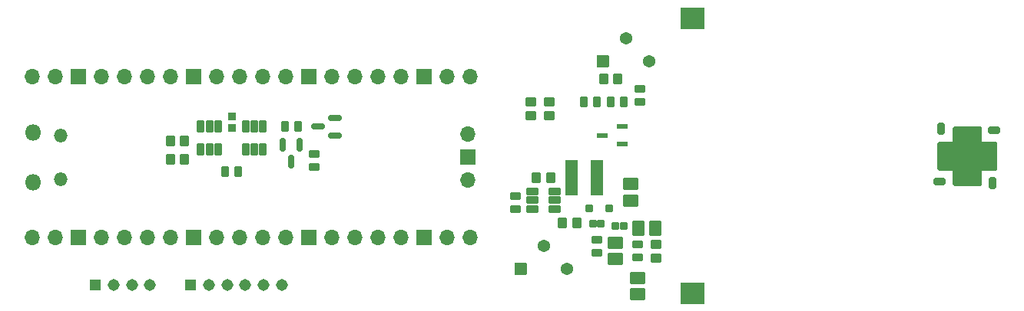
<source format=gbr>
%TF.GenerationSoftware,KiCad,Pcbnew,8.0.8*%
%TF.CreationDate,2025-05-05T18:32:44+03:00*%
%TF.ProjectId,gamma-spectrometer,67616d6d-612d-4737-9065-6374726f6d65,v0.0.4*%
%TF.SameCoordinates,Original*%
%TF.FileFunction,Soldermask,Bot*%
%TF.FilePolarity,Negative*%
%FSLAX46Y46*%
G04 Gerber Fmt 4.6, Leading zero omitted, Abs format (unit mm)*
G04 Created by KiCad (PCBNEW 8.0.8) date 2025-05-05 18:32:44*
%MOMM*%
%LPD*%
G01*
G04 APERTURE LIST*
G04 Aperture macros list*
%AMRoundRect*
0 Rectangle with rounded corners*
0 $1 Rounding radius*
0 $2 $3 $4 $5 $6 $7 $8 $9 X,Y pos of 4 corners*
0 Add a 4 corners polygon primitive as box body*
4,1,4,$2,$3,$4,$5,$6,$7,$8,$9,$2,$3,0*
0 Add four circle primitives for the rounded corners*
1,1,$1+$1,$2,$3*
1,1,$1+$1,$4,$5*
1,1,$1+$1,$6,$7*
1,1,$1+$1,$8,$9*
0 Add four rect primitives between the rounded corners*
20,1,$1+$1,$2,$3,$4,$5,0*
20,1,$1+$1,$4,$5,$6,$7,0*
20,1,$1+$1,$6,$7,$8,$9,0*
20,1,$1+$1,$8,$9,$2,$3,0*%
G04 Aperture macros list end*
%ADD10C,0.100000*%
%ADD11C,0.000100*%
%ADD12RoundRect,0.102000X-0.584000X-0.584000X0.584000X-0.584000X0.584000X0.584000X-0.584000X0.584000X0*%
%ADD13C,1.372000*%
%ADD14R,1.308000X1.308000*%
%ADD15C,1.308000*%
%ADD16O,1.800000X1.800000*%
%ADD17O,1.500000X1.500000*%
%ADD18O,1.700000X1.700000*%
%ADD19R,1.700000X1.700000*%
%ADD20RoundRect,0.134250X0.402750X0.432750X-0.402750X0.432750X-0.402750X-0.432750X0.402750X-0.432750X0*%
%ADD21RoundRect,0.098000X-0.294000X0.609000X-0.294000X-0.609000X0.294000X-0.609000X0.294000X0.609000X0*%
%ADD22RoundRect,0.102000X-0.325000X-0.450000X0.325000X-0.450000X0.325000X0.450000X-0.325000X0.450000X0*%
%ADD23RoundRect,0.102000X0.450000X-0.325000X0.450000X0.325000X-0.450000X0.325000X-0.450000X-0.325000X0*%
%ADD24RoundRect,0.102000X0.300000X0.300000X-0.300000X0.300000X-0.300000X-0.300000X0.300000X-0.300000X0*%
%ADD25RoundRect,0.134250X0.432750X-0.402750X0.432750X0.402750X-0.432750X0.402750X-0.432750X-0.402750X0*%
%ADD26RoundRect,0.102000X0.725000X-0.575000X0.725000X0.575000X-0.725000X0.575000X-0.725000X-0.575000X0*%
%ADD27RoundRect,0.201000X-0.201000X-0.451000X0.201000X-0.451000X0.201000X0.451000X-0.201000X0.451000X0*%
%ADD28RoundRect,0.201000X-0.451000X-0.201000X0.451000X-0.201000X0.451000X0.201000X-0.451000X0.201000X0*%
%ADD29RoundRect,0.100500X0.301500X0.336500X-0.301500X0.336500X-0.301500X-0.336500X0.301500X-0.336500X0*%
%ADD30RoundRect,0.150000X0.587500X0.150000X-0.587500X0.150000X-0.587500X-0.150000X0.587500X-0.150000X0*%
%ADD31RoundRect,0.102000X0.435000X0.465000X-0.435000X0.465000X-0.435000X-0.465000X0.435000X-0.465000X0*%
%ADD32RoundRect,0.102000X-0.725000X0.575000X-0.725000X-0.575000X0.725000X-0.575000X0.725000X0.575000X0*%
%ADD33RoundRect,0.201000X-0.511000X-0.201000X0.511000X-0.201000X0.511000X0.201000X-0.511000X0.201000X0*%
%ADD34RoundRect,0.102000X0.325000X0.450000X-0.325000X0.450000X-0.325000X-0.450000X0.325000X-0.450000X0*%
%ADD35RoundRect,0.102000X-0.450000X0.325000X-0.450000X-0.325000X0.450000X-0.325000X0.450000X0.325000X0*%
%ADD36RoundRect,0.134250X-0.402750X-0.432750X0.402750X-0.432750X0.402750X0.432750X-0.402750X0.432750X0*%
%ADD37RoundRect,0.102000X-0.465000X0.435000X-0.465000X-0.435000X0.465000X-0.435000X0.465000X0.435000X0*%
%ADD38RoundRect,0.102000X-0.600000X-1.850000X0.600000X-1.850000X0.600000X1.850000X-0.600000X1.850000X0*%
%ADD39RoundRect,0.147500X0.467500X0.147500X-0.467500X0.147500X-0.467500X-0.147500X0.467500X-0.147500X0*%
%ADD40RoundRect,0.102000X-0.350000X0.350000X-0.350000X-0.350000X0.350000X-0.350000X0.350000X0.350000X0*%
%ADD41RoundRect,0.150000X-0.150000X0.587500X-0.150000X-0.587500X0.150000X-0.587500X0.150000X0.587500X0*%
%ADD42RoundRect,0.102000X-0.575000X-0.725000X0.575000X-0.725000X0.575000X0.725000X-0.575000X0.725000X0*%
G04 APERTURE END LIST*
D10*
X161000000Y-67375000D02*
X163500000Y-67375000D01*
X163500000Y-69625000D01*
X161000000Y-69625000D01*
X161000000Y-67375000D01*
G36*
X161000000Y-67375000D02*
G01*
X163500000Y-67375000D01*
X163500000Y-69625000D01*
X161000000Y-69625000D01*
X161000000Y-67375000D01*
G37*
X161000000Y-97750000D02*
X163500000Y-97750000D01*
X163500000Y-100000000D01*
X161000000Y-100000000D01*
X161000000Y-97750000D01*
G36*
X161000000Y-97750000D02*
G01*
X163500000Y-97750000D01*
X163500000Y-100000000D01*
X161000000Y-100000000D01*
X161000000Y-97750000D01*
G37*
D11*
%TO.C,U10*%
X193887000Y-80476000D02*
X193898000Y-80478000D01*
X193909000Y-80480000D01*
X193919000Y-80482000D01*
X193930000Y-80485000D01*
X193940000Y-80489000D01*
X193950000Y-80493000D01*
X193960000Y-80498000D01*
X193970000Y-80503000D01*
X193979000Y-80509000D01*
X193988000Y-80515000D01*
X193997000Y-80522000D01*
X194006000Y-80529000D01*
X194013000Y-80537000D01*
X194021000Y-80544000D01*
X194028000Y-80553000D01*
X194035000Y-80562000D01*
X194041000Y-80571000D01*
X194047000Y-80580000D01*
X194052000Y-80590000D01*
X194057000Y-80600000D01*
X194061000Y-80610000D01*
X194065000Y-80620000D01*
X194068000Y-80631000D01*
X194070000Y-80641000D01*
X194072000Y-80652000D01*
X194074000Y-80663000D01*
X194075000Y-80674000D01*
X194075000Y-80685000D01*
X194075000Y-82175000D01*
X195555000Y-82175000D01*
X195567000Y-82175000D01*
X195578000Y-82176000D01*
X195589000Y-82178000D01*
X195601000Y-82180000D01*
X195612000Y-82182000D01*
X195623000Y-82186000D01*
X195634000Y-82190000D01*
X195644000Y-82194000D01*
X195655000Y-82199000D01*
X195665000Y-82204000D01*
X195675000Y-82210000D01*
X195684000Y-82217000D01*
X195693000Y-82224000D01*
X195702000Y-82232000D01*
X195711000Y-82239000D01*
X195718000Y-82248000D01*
X195726000Y-82257000D01*
X195733000Y-82266000D01*
X195740000Y-82275000D01*
X195746000Y-82285000D01*
X195751000Y-82295000D01*
X195756000Y-82306000D01*
X195760000Y-82316000D01*
X195764000Y-82327000D01*
X195768000Y-82338000D01*
X195770000Y-82349000D01*
X195772000Y-82361000D01*
X195774000Y-82372000D01*
X195775000Y-82383000D01*
X195775000Y-82395000D01*
X195775000Y-82425000D01*
X195775000Y-85035000D01*
X195775000Y-85065000D01*
X195775000Y-85076000D01*
X195774000Y-85087000D01*
X195772000Y-85098000D01*
X195770000Y-85109000D01*
X195768000Y-85119000D01*
X195765000Y-85130000D01*
X195761000Y-85140000D01*
X195757000Y-85150000D01*
X195752000Y-85160000D01*
X195747000Y-85170000D01*
X195741000Y-85179000D01*
X195735000Y-85188000D01*
X195728000Y-85197000D01*
X195721000Y-85206000D01*
X195713000Y-85213000D01*
X195706000Y-85221000D01*
X195697000Y-85228000D01*
X195688000Y-85235000D01*
X195679000Y-85241000D01*
X195670000Y-85247000D01*
X195660000Y-85252000D01*
X195650000Y-85257000D01*
X195640000Y-85261000D01*
X195630000Y-85265000D01*
X195619000Y-85268000D01*
X195609000Y-85270000D01*
X195598000Y-85272000D01*
X195587000Y-85274000D01*
X195576000Y-85275000D01*
X195565000Y-85275000D01*
X194075000Y-85275000D01*
X194075000Y-86755000D01*
X194075000Y-86767000D01*
X194074000Y-86778000D01*
X194072000Y-86789000D01*
X194070000Y-86801000D01*
X194068000Y-86812000D01*
X194064000Y-86823000D01*
X194060000Y-86834000D01*
X194056000Y-86844000D01*
X194051000Y-86855000D01*
X194046000Y-86865000D01*
X194040000Y-86875000D01*
X194033000Y-86884000D01*
X194026000Y-86893000D01*
X194018000Y-86902000D01*
X194011000Y-86911000D01*
X194002000Y-86918000D01*
X193993000Y-86926000D01*
X193984000Y-86933000D01*
X193975000Y-86940000D01*
X193965000Y-86946000D01*
X193955000Y-86951000D01*
X193944000Y-86956000D01*
X193934000Y-86960000D01*
X193923000Y-86964000D01*
X193912000Y-86968000D01*
X193901000Y-86970000D01*
X193889000Y-86972000D01*
X193878000Y-86974000D01*
X193867000Y-86975000D01*
X193855000Y-86975000D01*
X191205000Y-86975000D01*
X191185000Y-86975000D01*
X191174000Y-86975000D01*
X191163000Y-86974000D01*
X191152000Y-86972000D01*
X191141000Y-86970000D01*
X191131000Y-86968000D01*
X191120000Y-86965000D01*
X191110000Y-86961000D01*
X191100000Y-86957000D01*
X191090000Y-86952000D01*
X191080000Y-86947000D01*
X191071000Y-86941000D01*
X191062000Y-86935000D01*
X191053000Y-86928000D01*
X191044000Y-86921000D01*
X191037000Y-86913000D01*
X191029000Y-86906000D01*
X191022000Y-86897000D01*
X191015000Y-86888000D01*
X191009000Y-86879000D01*
X191003000Y-86870000D01*
X190998000Y-86860000D01*
X190993000Y-86850000D01*
X190989000Y-86840000D01*
X190985000Y-86830000D01*
X190982000Y-86819000D01*
X190980000Y-86809000D01*
X190978000Y-86798000D01*
X190976000Y-86787000D01*
X190975000Y-86776000D01*
X190975000Y-86765000D01*
X190975000Y-85275000D01*
X189485000Y-85275000D01*
X189474000Y-85275000D01*
X189463000Y-85274000D01*
X189452000Y-85272000D01*
X189441000Y-85270000D01*
X189431000Y-85268000D01*
X189420000Y-85265000D01*
X189410000Y-85261000D01*
X189400000Y-85257000D01*
X189390000Y-85252000D01*
X189380000Y-85247000D01*
X189371000Y-85241000D01*
X189362000Y-85235000D01*
X189353000Y-85228000D01*
X189344000Y-85221000D01*
X189337000Y-85213000D01*
X189329000Y-85206000D01*
X189322000Y-85197000D01*
X189315000Y-85188000D01*
X189309000Y-85179000D01*
X189303000Y-85170000D01*
X189298000Y-85160000D01*
X189293000Y-85150000D01*
X189289000Y-85140000D01*
X189285000Y-85130000D01*
X189282000Y-85119000D01*
X189280000Y-85109000D01*
X189278000Y-85098000D01*
X189276000Y-85087000D01*
X189275000Y-85076000D01*
X189275000Y-85065000D01*
X189275000Y-85045000D01*
X189275000Y-82405000D01*
X189275000Y-82393000D01*
X189276000Y-82381000D01*
X189278000Y-82369000D01*
X189280000Y-82357000D01*
X189283000Y-82345000D01*
X189286000Y-82334000D01*
X189290000Y-82323000D01*
X189295000Y-82311000D01*
X189300000Y-82301000D01*
X189306000Y-82290000D01*
X189312000Y-82280000D01*
X189319000Y-82270000D01*
X189326000Y-82260000D01*
X189334000Y-82251000D01*
X189342000Y-82242000D01*
X189351000Y-82234000D01*
X189360000Y-82226000D01*
X189370000Y-82219000D01*
X189380000Y-82212000D01*
X189390000Y-82206000D01*
X189401000Y-82200000D01*
X189411000Y-82195000D01*
X189423000Y-82190000D01*
X189434000Y-82186000D01*
X189445000Y-82183000D01*
X189457000Y-82180000D01*
X189469000Y-82178000D01*
X189481000Y-82176000D01*
X189493000Y-82175000D01*
X189505000Y-82175000D01*
X190975000Y-82175000D01*
X190975000Y-80685000D01*
X190975000Y-80674000D01*
X190976000Y-80663000D01*
X190978000Y-80652000D01*
X190980000Y-80641000D01*
X190982000Y-80631000D01*
X190985000Y-80620000D01*
X190989000Y-80610000D01*
X190993000Y-80600000D01*
X190998000Y-80590000D01*
X191003000Y-80580000D01*
X191009000Y-80571000D01*
X191015000Y-80562000D01*
X191022000Y-80553000D01*
X191029000Y-80544000D01*
X191037000Y-80537000D01*
X191044000Y-80529000D01*
X191053000Y-80522000D01*
X191062000Y-80515000D01*
X191071000Y-80509000D01*
X191080000Y-80503000D01*
X191090000Y-80498000D01*
X191100000Y-80493000D01*
X191110000Y-80489000D01*
X191120000Y-80485000D01*
X191131000Y-80482000D01*
X191141000Y-80480000D01*
X191152000Y-80478000D01*
X191163000Y-80476000D01*
X191174000Y-80475000D01*
X191185000Y-80475000D01*
X191205000Y-80475000D01*
X193835000Y-80475000D01*
X193865000Y-80475000D01*
X193876000Y-80475000D01*
X193887000Y-80476000D01*
G36*
X193887000Y-80476000D02*
G01*
X193898000Y-80478000D01*
X193909000Y-80480000D01*
X193919000Y-80482000D01*
X193930000Y-80485000D01*
X193940000Y-80489000D01*
X193950000Y-80493000D01*
X193960000Y-80498000D01*
X193970000Y-80503000D01*
X193979000Y-80509000D01*
X193988000Y-80515000D01*
X193997000Y-80522000D01*
X194006000Y-80529000D01*
X194013000Y-80537000D01*
X194021000Y-80544000D01*
X194028000Y-80553000D01*
X194035000Y-80562000D01*
X194041000Y-80571000D01*
X194047000Y-80580000D01*
X194052000Y-80590000D01*
X194057000Y-80600000D01*
X194061000Y-80610000D01*
X194065000Y-80620000D01*
X194068000Y-80631000D01*
X194070000Y-80641000D01*
X194072000Y-80652000D01*
X194074000Y-80663000D01*
X194075000Y-80674000D01*
X194075000Y-80685000D01*
X194075000Y-82175000D01*
X195555000Y-82175000D01*
X195567000Y-82175000D01*
X195578000Y-82176000D01*
X195589000Y-82178000D01*
X195601000Y-82180000D01*
X195612000Y-82182000D01*
X195623000Y-82186000D01*
X195634000Y-82190000D01*
X195644000Y-82194000D01*
X195655000Y-82199000D01*
X195665000Y-82204000D01*
X195675000Y-82210000D01*
X195684000Y-82217000D01*
X195693000Y-82224000D01*
X195702000Y-82232000D01*
X195711000Y-82239000D01*
X195718000Y-82248000D01*
X195726000Y-82257000D01*
X195733000Y-82266000D01*
X195740000Y-82275000D01*
X195746000Y-82285000D01*
X195751000Y-82295000D01*
X195756000Y-82306000D01*
X195760000Y-82316000D01*
X195764000Y-82327000D01*
X195768000Y-82338000D01*
X195770000Y-82349000D01*
X195772000Y-82361000D01*
X195774000Y-82372000D01*
X195775000Y-82383000D01*
X195775000Y-82395000D01*
X195775000Y-82425000D01*
X195775000Y-85035000D01*
X195775000Y-85065000D01*
X195775000Y-85076000D01*
X195774000Y-85087000D01*
X195772000Y-85098000D01*
X195770000Y-85109000D01*
X195768000Y-85119000D01*
X195765000Y-85130000D01*
X195761000Y-85140000D01*
X195757000Y-85150000D01*
X195752000Y-85160000D01*
X195747000Y-85170000D01*
X195741000Y-85179000D01*
X195735000Y-85188000D01*
X195728000Y-85197000D01*
X195721000Y-85206000D01*
X195713000Y-85213000D01*
X195706000Y-85221000D01*
X195697000Y-85228000D01*
X195688000Y-85235000D01*
X195679000Y-85241000D01*
X195670000Y-85247000D01*
X195660000Y-85252000D01*
X195650000Y-85257000D01*
X195640000Y-85261000D01*
X195630000Y-85265000D01*
X195619000Y-85268000D01*
X195609000Y-85270000D01*
X195598000Y-85272000D01*
X195587000Y-85274000D01*
X195576000Y-85275000D01*
X195565000Y-85275000D01*
X194075000Y-85275000D01*
X194075000Y-86755000D01*
X194075000Y-86767000D01*
X194074000Y-86778000D01*
X194072000Y-86789000D01*
X194070000Y-86801000D01*
X194068000Y-86812000D01*
X194064000Y-86823000D01*
X194060000Y-86834000D01*
X194056000Y-86844000D01*
X194051000Y-86855000D01*
X194046000Y-86865000D01*
X194040000Y-86875000D01*
X194033000Y-86884000D01*
X194026000Y-86893000D01*
X194018000Y-86902000D01*
X194011000Y-86911000D01*
X194002000Y-86918000D01*
X193993000Y-86926000D01*
X193984000Y-86933000D01*
X193975000Y-86940000D01*
X193965000Y-86946000D01*
X193955000Y-86951000D01*
X193944000Y-86956000D01*
X193934000Y-86960000D01*
X193923000Y-86964000D01*
X193912000Y-86968000D01*
X193901000Y-86970000D01*
X193889000Y-86972000D01*
X193878000Y-86974000D01*
X193867000Y-86975000D01*
X193855000Y-86975000D01*
X191205000Y-86975000D01*
X191185000Y-86975000D01*
X191174000Y-86975000D01*
X191163000Y-86974000D01*
X191152000Y-86972000D01*
X191141000Y-86970000D01*
X191131000Y-86968000D01*
X191120000Y-86965000D01*
X191110000Y-86961000D01*
X191100000Y-86957000D01*
X191090000Y-86952000D01*
X191080000Y-86947000D01*
X191071000Y-86941000D01*
X191062000Y-86935000D01*
X191053000Y-86928000D01*
X191044000Y-86921000D01*
X191037000Y-86913000D01*
X191029000Y-86906000D01*
X191022000Y-86897000D01*
X191015000Y-86888000D01*
X191009000Y-86879000D01*
X191003000Y-86870000D01*
X190998000Y-86860000D01*
X190993000Y-86850000D01*
X190989000Y-86840000D01*
X190985000Y-86830000D01*
X190982000Y-86819000D01*
X190980000Y-86809000D01*
X190978000Y-86798000D01*
X190976000Y-86787000D01*
X190975000Y-86776000D01*
X190975000Y-86765000D01*
X190975000Y-85275000D01*
X189485000Y-85275000D01*
X189474000Y-85275000D01*
X189463000Y-85274000D01*
X189452000Y-85272000D01*
X189441000Y-85270000D01*
X189431000Y-85268000D01*
X189420000Y-85265000D01*
X189410000Y-85261000D01*
X189400000Y-85257000D01*
X189390000Y-85252000D01*
X189380000Y-85247000D01*
X189371000Y-85241000D01*
X189362000Y-85235000D01*
X189353000Y-85228000D01*
X189344000Y-85221000D01*
X189337000Y-85213000D01*
X189329000Y-85206000D01*
X189322000Y-85197000D01*
X189315000Y-85188000D01*
X189309000Y-85179000D01*
X189303000Y-85170000D01*
X189298000Y-85160000D01*
X189293000Y-85150000D01*
X189289000Y-85140000D01*
X189285000Y-85130000D01*
X189282000Y-85119000D01*
X189280000Y-85109000D01*
X189278000Y-85098000D01*
X189276000Y-85087000D01*
X189275000Y-85076000D01*
X189275000Y-85065000D01*
X189275000Y-85045000D01*
X189275000Y-82405000D01*
X189275000Y-82393000D01*
X189276000Y-82381000D01*
X189278000Y-82369000D01*
X189280000Y-82357000D01*
X189283000Y-82345000D01*
X189286000Y-82334000D01*
X189290000Y-82323000D01*
X189295000Y-82311000D01*
X189300000Y-82301000D01*
X189306000Y-82290000D01*
X189312000Y-82280000D01*
X189319000Y-82270000D01*
X189326000Y-82260000D01*
X189334000Y-82251000D01*
X189342000Y-82242000D01*
X189351000Y-82234000D01*
X189360000Y-82226000D01*
X189370000Y-82219000D01*
X189380000Y-82212000D01*
X189390000Y-82206000D01*
X189401000Y-82200000D01*
X189411000Y-82195000D01*
X189423000Y-82190000D01*
X189434000Y-82186000D01*
X189445000Y-82183000D01*
X189457000Y-82180000D01*
X189469000Y-82178000D01*
X189481000Y-82176000D01*
X189493000Y-82175000D01*
X189505000Y-82175000D01*
X190975000Y-82175000D01*
X190975000Y-80685000D01*
X190975000Y-80674000D01*
X190976000Y-80663000D01*
X190978000Y-80652000D01*
X190980000Y-80641000D01*
X190982000Y-80631000D01*
X190985000Y-80620000D01*
X190989000Y-80610000D01*
X190993000Y-80600000D01*
X190998000Y-80590000D01*
X191003000Y-80580000D01*
X191009000Y-80571000D01*
X191015000Y-80562000D01*
X191022000Y-80553000D01*
X191029000Y-80544000D01*
X191037000Y-80537000D01*
X191044000Y-80529000D01*
X191053000Y-80522000D01*
X191062000Y-80515000D01*
X191071000Y-80509000D01*
X191080000Y-80503000D01*
X191090000Y-80498000D01*
X191100000Y-80493000D01*
X191110000Y-80489000D01*
X191120000Y-80485000D01*
X191131000Y-80482000D01*
X191141000Y-80480000D01*
X191152000Y-80478000D01*
X191163000Y-80476000D01*
X191174000Y-80475000D01*
X191185000Y-80475000D01*
X191205000Y-80475000D01*
X193835000Y-80475000D01*
X193865000Y-80475000D01*
X193876000Y-80475000D01*
X193887000Y-80476000D01*
G37*
%TD*%
D12*
%TO.C,VR1*%
X152420000Y-73250000D03*
D13*
X154960000Y-70710000D03*
X157500000Y-73250000D03*
%TD*%
D14*
%TO.C,J1*%
X96500000Y-97950000D03*
D15*
X98500000Y-97950000D03*
X100500000Y-97950000D03*
X102500000Y-97950000D03*
%TD*%
D14*
%TO.C,J2*%
X107000000Y-97950000D03*
D15*
X109000000Y-97950000D03*
X111000000Y-97950000D03*
X113000000Y-97950000D03*
X115000000Y-97950000D03*
X117000000Y-97950000D03*
%TD*%
D16*
%TO.C,U1*%
X89630000Y-86615000D03*
D17*
X92660000Y-86315000D03*
X92660000Y-81465000D03*
D16*
X89630000Y-81165000D03*
D18*
X89500000Y-92780000D03*
X92040000Y-92780000D03*
D19*
X94580000Y-92780000D03*
D18*
X97120000Y-92780000D03*
X99660000Y-92780000D03*
X102200000Y-92780000D03*
X104740000Y-92780000D03*
D19*
X107280000Y-92780000D03*
D18*
X109820000Y-92780000D03*
X112360000Y-92780000D03*
X114900000Y-92780000D03*
X117440000Y-92780000D03*
D19*
X119980000Y-92780000D03*
D18*
X122520000Y-92780000D03*
X125060000Y-92780000D03*
X127600000Y-92780000D03*
X130140000Y-92780000D03*
D19*
X132680000Y-92780000D03*
D18*
X135220000Y-92780000D03*
X137760000Y-92780000D03*
X137760000Y-75000000D03*
X135220000Y-75000000D03*
D19*
X132680000Y-75000000D03*
D18*
X130140000Y-75000000D03*
X127600000Y-75000000D03*
X125060000Y-75000000D03*
X122520000Y-75000000D03*
D19*
X119980000Y-75000000D03*
D18*
X117440000Y-75000000D03*
X114900000Y-75000000D03*
X112360000Y-75000000D03*
X109820000Y-75000000D03*
D19*
X107280000Y-75000000D03*
D18*
X104740000Y-75000000D03*
X102200000Y-75000000D03*
X99660000Y-75000000D03*
X97120000Y-75000000D03*
D19*
X94580000Y-75000000D03*
D18*
X92040000Y-75000000D03*
X89500000Y-75000000D03*
X137530000Y-86430000D03*
D19*
X137530000Y-83890000D03*
D18*
X137530000Y-81350000D03*
%TD*%
D12*
%TO.C,VR2*%
X143370000Y-96240000D03*
D13*
X145910000Y-93700000D03*
X148450000Y-96240000D03*
%TD*%
D20*
%TO.C,C6*%
X154030000Y-75250000D03*
X152470000Y-75250000D03*
%TD*%
D21*
%TO.C,U4*%
X113050000Y-80500000D03*
X114000000Y-80500000D03*
X114950000Y-80500000D03*
X114950000Y-83010000D03*
X114000000Y-83010000D03*
X113050000Y-83010000D03*
%TD*%
D22*
%TO.C,R12*%
X117375000Y-80437500D03*
X118825000Y-80437500D03*
%TD*%
D23*
%TO.C,R15*%
X151750000Y-94475000D03*
X151750000Y-93025000D03*
%TD*%
D24*
%TO.C,D5*%
X153100000Y-89500000D03*
X150900000Y-89500000D03*
%TD*%
D25*
%TO.C,C16*%
X158250000Y-95030000D03*
X158250000Y-93470000D03*
%TD*%
D26*
%TO.C,C15*%
X155500000Y-88650000D03*
X155500000Y-86850000D03*
%TD*%
D27*
%TO.C,U10*%
X189675000Y-80725000D03*
D28*
X195525000Y-80875000D03*
D27*
X195375000Y-86725000D03*
D28*
X189525000Y-86575000D03*
%TD*%
D29*
%TO.C,FB2*%
X154685000Y-91500000D03*
X153815000Y-91500000D03*
%TD*%
D30*
%TO.C,Q1*%
X122875000Y-79550000D03*
X122875000Y-81450000D03*
X121000000Y-80500000D03*
%TD*%
D29*
%TO.C,FB3*%
X152185000Y-91250000D03*
X151315000Y-91250000D03*
%TD*%
D31*
%TO.C,C11*%
X146630000Y-86130000D03*
X145070000Y-86130000D03*
%TD*%
D32*
%TO.C,C13*%
X156250000Y-97200000D03*
X156250000Y-99000000D03*
%TD*%
D22*
%TO.C,R9*%
X153275000Y-77750000D03*
X154725000Y-77750000D03*
%TD*%
D33*
%TO.C,U8*%
X144605000Y-89580000D03*
X144605000Y-88630000D03*
X144605000Y-87680000D03*
X147095000Y-87680000D03*
X147095000Y-88630000D03*
X147095000Y-89580000D03*
%TD*%
D34*
%TO.C,R11*%
X112225000Y-85500000D03*
X110775000Y-85500000D03*
%TD*%
D35*
%TO.C,R10*%
X120600000Y-83487500D03*
X120600000Y-84937500D03*
%TD*%
D31*
%TO.C,C9*%
X106300000Y-84070000D03*
X104740000Y-84070000D03*
%TD*%
D36*
%TO.C,C10*%
X104720000Y-82070000D03*
X106280000Y-82070000D03*
%TD*%
D31*
%TO.C,C18*%
X149530000Y-91130000D03*
X147970000Y-91130000D03*
%TD*%
D35*
%TO.C,R16*%
X156250000Y-93525000D03*
X156250000Y-94975000D03*
%TD*%
%TO.C,R7*%
X156500000Y-76275000D03*
X156500000Y-77725000D03*
%TD*%
D37*
%TO.C,C4*%
X146500000Y-77720000D03*
X146500000Y-79280000D03*
%TD*%
D34*
%TO.C,R13*%
X151725000Y-77750000D03*
X150275000Y-77750000D03*
%TD*%
D38*
%TO.C,L1*%
X148950000Y-86130000D03*
X151750000Y-86130000D03*
%TD*%
D39*
%TO.C,U6*%
X154500000Y-80500000D03*
X154500000Y-82400000D03*
X152380000Y-81450000D03*
%TD*%
D25*
%TO.C,C5*%
X144500000Y-79280000D03*
X144500000Y-77720000D03*
%TD*%
D40*
%TO.C,C8*%
X111500000Y-79350000D03*
X111500000Y-80650000D03*
%TD*%
D41*
%TO.C,D3*%
X117100000Y-82500000D03*
X119000000Y-82500000D03*
X118050000Y-84375000D03*
%TD*%
D42*
%TO.C,C14*%
X156350000Y-91750000D03*
X158150000Y-91750000D03*
%TD*%
D23*
%TO.C,R14*%
X142750000Y-89605000D03*
X142750000Y-88155000D03*
%TD*%
D21*
%TO.C,U5*%
X108100000Y-80500000D03*
X109050000Y-80500000D03*
X110000000Y-80500000D03*
X110000000Y-83010000D03*
X109050000Y-83010000D03*
X108100000Y-83010000D03*
%TD*%
D32*
%TO.C,C12*%
X153750000Y-93350000D03*
X153750000Y-95150000D03*
%TD*%
M02*

</source>
